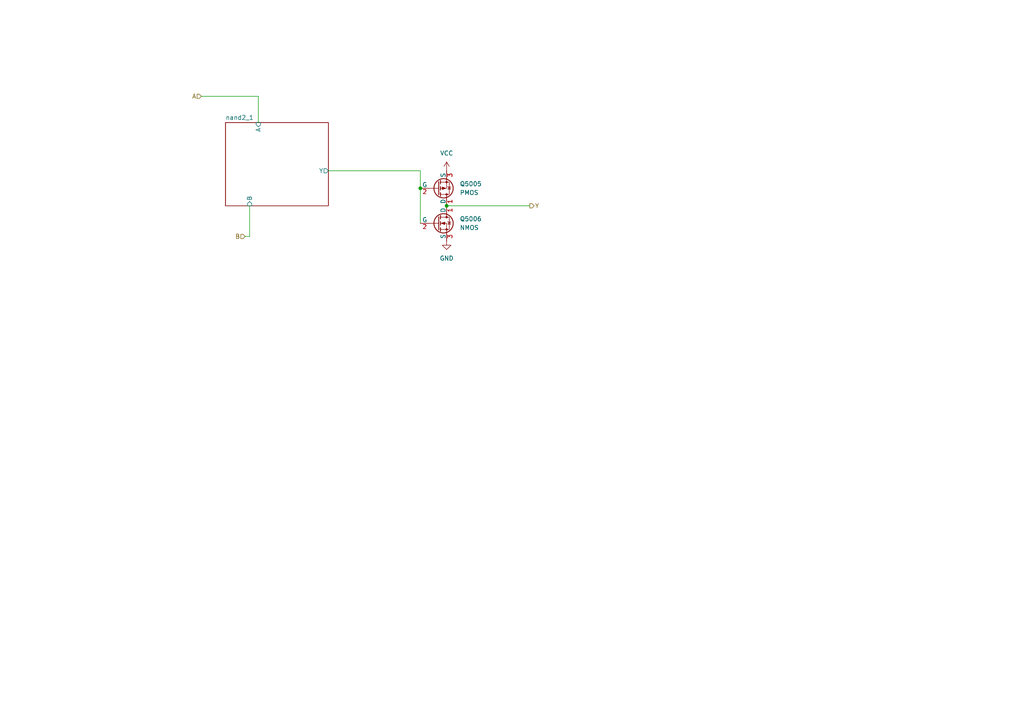
<source format=kicad_sch>
(kicad_sch (version 20250114) (generator "eeschema") (generator_version "9.0")
  (paper "A4")
  (lib_symbols
    (symbol "Simulation_SPICE:NMOS" (pin_names (offset 0))
      (property "Reference" "Q" (at 5.08 1.27 0))
      (property "Value" "NMOS" (at 5.08 -1.27 0))
      (symbol "NMOS_0_1"
        (polyline (pts (xy 0.254 1.905) (xy 0.254 -1.905)) (stroke (width 0.254)))
        (polyline (pts (xy 0.254 0) (xy -2.54 0)))
        (polyline (pts (xy 0.762 2.286) (xy 0.762 1.27)) (stroke (width 0.254)))
        (polyline (pts (xy 0.762 0.508) (xy 0.762 -0.508)) (stroke (width 0.254)))
        (polyline (pts (xy 0.762 -1.27) (xy 0.762 -2.286)) (stroke (width 0.254)))
        (polyline (pts (xy 0.762 -1.778) (xy 3.302 -1.778) (xy 3.302 1.778) (xy 0.762 1.778)))
        (polyline (pts (xy 1.016 0) (xy 2.032 0.381) (xy 2.032 -0.381) (xy 1.016 0)) (fill (type outline)))
        (circle (center 1.651 0) (radius 2.794) (stroke (width 0.254)))
        (polyline (pts (xy 2.54 2.54) (xy 2.54 1.778)))
        (circle (center 2.54 1.778) (radius 0.254) (fill (type outline)))
        (circle (center 2.54 -1.778) (radius 0.254) (fill (type outline)))
        (polyline (pts (xy 2.54 -2.54) (xy 2.54 0) (xy 0.762 0)))
        (polyline (pts (xy 2.794 0.508) (xy 2.921 0.381) (xy 3.683 0.381) (xy 3.81 0.254)))
        (polyline (pts (xy 3.302 0.381) (xy 2.921 -0.254) (xy 3.683 -0.254) (xy 3.302 0.381)))
      )
      (symbol "NMOS_1_1"
        (pin input line (at -5.08 0 0) (length 2.54) (name "G") (number "2"))
        (pin passive line (at 2.54 5.08 270) (length 2.54) (name "D") (number "1"))
        (pin passive line (at 2.54 -5.08 90) (length 2.54) (name "S") (number "3"))
      )
    )
    (symbol "Simulation_SPICE:PMOS" (pin_names (offset 0))
      (property "Reference" "Q" (at 5.08 1.27 0))
      (property "Value" "PMOS" (at 5.08 -1.27 0))
      (symbol "PMOS_0_1"
        (polyline (pts (xy 0.254 1.905) (xy 0.254 -1.905)) (stroke (width 0.254)))
        (polyline (pts (xy 0.254 0) (xy -2.54 0)))
        (polyline (pts (xy 0.762 2.286) (xy 0.762 1.27)) (stroke (width 0.254)))
        (polyline (pts (xy 0.762 1.778) (xy 3.302 1.778) (xy 3.302 -1.778) (xy 0.762 -1.778)))
        (polyline (pts (xy 0.762 0.508) (xy 0.762 -0.508)) (stroke (width 0.254)))
        (polyline (pts (xy 0.762 -1.27) (xy 0.762 -2.286)) (stroke (width 0.254)))
        (circle (center 1.651 0) (radius 2.794) (stroke (width 0.254)))
        (polyline (pts (xy 2.286 0) (xy 1.27 0.381) (xy 1.27 -0.381) (xy 2.286 0)) (fill (type outline)))
        (polyline (pts (xy 2.54 2.54) (xy 2.54 1.778)))
        (circle (center 2.54 1.778) (radius 0.254) (fill (type outline)))
        (circle (center 2.54 -1.778) (radius 0.254) (fill (type outline)))
        (polyline (pts (xy 2.54 -2.54) (xy 2.54 0) (xy 0.762 0)))
        (polyline (pts (xy 2.794 -0.508) (xy 2.921 -0.381) (xy 3.683 -0.381) (xy 3.81 -0.254)))
        (polyline (pts (xy 3.302 -0.381) (xy 2.921 0.254) (xy 3.683 0.254) (xy 3.302 -0.381)))
      )
      (symbol "PMOS_1_1"
        (pin input line (at -5.08 0 0) (length 2.54) (name "G") (number "2"))
        (pin passive line (at 2.54 5.08 270) (length 2.54) (name "D") (number "1"))
        (pin passive line (at 2.54 -5.08 90) (length 2.54) (name "S") (number "3"))
      )
    )
    (symbol "power:GND" (power) (pin_numbers (hide yes)) (pin_names (offset 0) (hide yes))
      (property "Value" "GND" (at 0 -3.81 0))
      (symbol "GND_0_1"
        (polyline (pts (xy 0 0) (xy 0 -1.27) (xy 1.27 -1.27) (xy 0 -2.54) (xy -1.27 -1.27) (xy 0 -1.27)))
      )
      (symbol "GND_1_1"
        (pin power_in line (at 0 0 270) (length 0) (name "~") (number "1"))
      )
    )
    (symbol "power:VCC" (power) (pin_numbers (hide yes)) (pin_names (offset 0) (hide yes))
      (property "Value" "VCC" (at 0 3.556 0))
      (symbol "VCC_0_1"
        (polyline (pts (xy -0.762 1.27) (xy 0 2.54)))
        (polyline (pts (xy 0 2.54) (xy 0.762 1.27)))
        (polyline (pts (xy 0 0) (xy 0 2.54)))
      )
      (symbol "VCC_1_1"
        (pin power_in line (at 0 0 90) (length 0) (name "~") (number "1"))
      )
    )
  )
  (junction (at 121.92 54.61))
  (junction (at 129.54 59.69))
  (wire (pts (xy 153.67 59.69) (xy 129.54 59.69)))
  (wire (pts (xy 95.25 49.53) (xy 121.92 49.53)))
  (wire (pts (xy 72.39 68.58) (xy 71.12 68.58)))
  (wire (pts (xy 74.93 27.94) (xy 58.42 27.94)))
  (wire (pts (xy 121.92 49.53) (xy 121.92 54.61)))
  (wire (pts (xy 74.93 35.56) (xy 74.93 27.94)))
  (wire (pts (xy 121.92 54.61) (xy 121.92 64.77)))
  (wire (pts (xy 72.39 59.69) (xy 72.39 68.58)))
  (hierarchical_label "A" (shape input) (at 58.42 27.94 180))
  (hierarchical_label "Y" (shape output) (at 153.67 59.69 0))
  (hierarchical_label "B" (shape input) (at 71.12 68.58 180))
  (symbol (lib_id "power:VCC") (at 129.54 49.53 0) (unit 1)
    (property "Reference" "#PWR05004" (effects (hide yes)))
    (property "Value" "VCC" (at 129.54 44.45 0))
    (property "Description" "Power symbol creates a global label with name \"VCC\"" (effects (hide yes)))
    (instances (project "add_sub" (path "" (reference "#PWR05004") (unit 1)) (path "" (reference "#PWR05204") (unit 1)) (path "" (reference "#PWR04704") (unit 1)) (path "" (reference "#PWR03904") (unit 1)) (path "" (reference "#PWR04404") (unit 1)) (path "" (reference "#PWR02401") (unit 1)) (path "" (reference "#PWR03604") (unit 1)) (path "" (reference "#PWR01701") (unit 1)) (path "" (reference "#PWR02301") (unit 1)) (path "" (reference "#PWR01501") (unit 1)) (path "" (reference "#PWR02501") (unit 1)) (path "" (reference "#PWR0303") (unit 1)) (path "" (reference "#PWR0601") (unit 1)) (path "" (reference "#PWR01001") (unit 1)) (path "" (reference "#PWR0501") (unit 1)) (path "" (reference "#PWR02801") (unit 1)) (path "" (reference "#PWR04204") (unit 1)) (path "" (reference "#PWR02001") (unit 1)) (path "" (reference "#PWR03201") (unit 1))) (project "led_panel_1" (path "" (reference "#PWR0201") (unit 1))) (project "led_panel_3" (path "" (reference "#PWR0501") (unit 1))) (project "main_logic" (path "" (reference "#PWR03604") (unit 1))) (project "led_panel_2" (path "" (reference "#PWR0401") (unit 1))) (project "add_sub" (path "" (reference "#PWR05004") (unit 1))) (project "main_control" (path "" (reference "#PWR0601") (unit 1))))
  )
  (symbol (lib_id "Simulation_SPICE:PMOS") (at 127 54.61 0) (mirror x) (unit 1)
    (property "Reference" "Q5005" (at 133.35 53.3399 0) (effects (justify left)))
    (property "Value" "PMOS" (at 133.35 55.8799 0) (effects (justify left)))
    (property "Footprint" "Package_TO_SOT_SMD:TSOT-23" (effects (hide yes)))
    (property "Datasheet" "https://ngspice.sourceforge.io/docs/ngspice-html-manual/manual.xhtml#cha_MOSFETs" (effects (hide yes)))
    (property "Description" "P-MOSFET transistor, drain/source/gate" (effects (hide yes)))
    (property "Sim.Device" "PMOS" (effects (hide yes)))
    (property "Sim.Type" "MOS1" (effects (hide yes)))
    (property "Sim.Pins" "1=D 2=G 3=S" (effects (hide yes)))
    (instances (project "add_sub" (path "" (reference "Q5005") (unit 1)) (path "" (reference "Q5205") (unit 1)) (path "" (reference "Q4705") (unit 1)) (path "" (reference "Q3905") (unit 1)) (path "" (reference "Q4405") (unit 1)) (path "" (reference "Q2401") (unit 1)) (path "" (reference "Q3605") (unit 1)) (path "" (reference "Q1701") (unit 1)) (path "" (reference "Q2301") (unit 1)) (path "" (reference "Q1501") (unit 1)) (path "" (reference "Q2501") (unit 1)) (path "" (reference "Q305") (unit 1)) (path "" (reference "Q601") (unit 1)) (path "" (reference "Q1001") (unit 1)) (path "" (reference "Q501") (unit 1)) (path "" (reference "Q2801") (unit 1)) (path "" (reference "Q4205") (unit 1)) (path "" (reference "Q2001") (unit 1)) (path "" (reference "Q3201") (unit 1))) (project "led_panel_1" (path "" (reference "Q201") (unit 1))) (project "led_panel_3" (path "" (reference "Q501") (unit 1))) (project "main_logic" (path "" (reference "Q3605") (unit 1))) (project "led_panel_2" (path "" (reference "Q401") (unit 1))) (project "add_sub" (path "" (reference "Q5005") (unit 1))) (project "main_control" (path "" (reference "Q601") (unit 1))))
  )
  (symbol (lib_id "Simulation_SPICE:NMOS") (at 127 64.77 0) (unit 1)
    (property "Reference" "Q5006" (at 133.35 63.4999 0) (effects (justify left)))
    (property "Value" "NMOS" (at 133.35 66.0399 0) (effects (justify left)))
    (property "Footprint" "Package_TO_SOT_SMD:TSOT-23" (effects (hide yes)))
    (property "Datasheet" "https://ngspice.sourceforge.io/docs/ngspice-html-manual/manual.xhtml#cha_MOSFETs" (effects (hide yes)))
    (property "Description" "N-MOSFET transistor, drain/source/gate" (effects (hide yes)))
    (property "Sim.Device" "NMOS" (effects (hide yes)))
    (property "Sim.Type" "MOS1" (effects (hide yes)))
    (property "Sim.Pins" "1=D 2=G 3=S" (effects (hide yes)))
    (instances (project "add_sub" (path "" (reference "Q5006") (unit 1)) (path "" (reference "Q5206") (unit 1)) (path "" (reference "Q4706") (unit 1)) (path "" (reference "Q3906") (unit 1)) (path "" (reference "Q4406") (unit 1)) (path "" (reference "Q2402") (unit 1)) (path "" (reference "Q3606") (unit 1)) (path "" (reference "Q1702") (unit 1)) (path "" (reference "Q2302") (unit 1)) (path "" (reference "Q1502") (unit 1)) (path "" (reference "Q2502") (unit 1)) (path "" (reference "Q306") (unit 1)) (path "" (reference "Q602") (unit 1)) (path "" (reference "Q1002") (unit 1)) (path "" (reference "Q502") (unit 1)) (path "" (reference "Q2802") (unit 1)) (path "" (reference "Q4206") (unit 1)) (path "" (reference "Q2002") (unit 1)) (path "" (reference "Q3202") (unit 1))) (project "led_panel_1" (path "" (reference "Q202") (unit 1))) (project "led_panel_3" (path "" (reference "Q502") (unit 1))) (project "main_logic" (path "" (reference "Q3606") (unit 1))) (project "led_panel_2" (path "" (reference "Q402") (unit 1))) (project "add_sub" (path "" (reference "Q5006") (unit 1))) (project "main_control" (path "" (reference "Q602") (unit 1))))
  )
  (symbol (lib_id "power:GND") (at 129.54 69.85 0) (unit 1)
    (property "Reference" "#PWR05005" (effects (hide yes)))
    (property "Value" "GND" (at 129.54 74.93 0))
    (property "Description" "Power symbol creates a global label with name \"GND\" , ground" (effects (hide yes)))
    (instances (project "add_sub" (path "" (reference "#PWR05005") (unit 1)) (path "" (reference "#PWR05205") (unit 1)) (path "" (reference "#PWR04705") (unit 1)) (path "" (reference "#PWR03905") (unit 1)) (path "" (reference "#PWR04405") (unit 1)) (path "" (reference "#PWR02402") (unit 1)) (path "" (reference "#PWR03605") (unit 1)) (path "" (reference "#PWR01702") (unit 1)) (path "" (reference "#PWR02302") (unit 1)) (path "" (reference "#PWR01502") (unit 1)) (path "" (reference "#PWR02502") (unit 1)) (path "" (reference "#PWR0304") (unit 1)) (path "" (reference "#PWR0602") (unit 1)) (path "" (reference "#PWR01002") (unit 1)) (path "" (reference "#PWR0502") (unit 1)) (path "" (reference "#PWR02802") (unit 1)) (path "" (reference "#PWR04205") (unit 1)) (path "" (reference "#PWR02002") (unit 1)) (path "" (reference "#PWR03202") (unit 1))) (project "led_panel_1" (path "" (reference "#PWR0202") (unit 1))) (project "led_panel_3" (path "" (reference "#PWR0502") (unit 1))) (project "main_logic" (path "" (reference "#PWR03605") (unit 1))) (project "led_panel_2" (path "" (reference "#PWR0402") (unit 1))) (project "add_sub" (path "" (reference "#PWR05005") (unit 1))) (project "main_control" (path "" (reference "#PWR0602") (unit 1))))
  )
  (sheet (at 65.405 35.56) (size 29.845 24.13) (stroke (width 0.1524))
    (property "Sheetname" "nand2_1" (at 65.405 34.8484 0) (effects (justify left bottom)))
    (property "Sheetfile" "../../gate_nand/gate_nand_2in/gate_nand_2in.kicad_sch" (effects (hide yes)))
    (pin "Y" output (at 95.25 49.53 0))
    (pin "A" input (at 74.93 35.56 90))
    (pin "B" input (at 72.39 59.69 270))
  )
)
</source>
